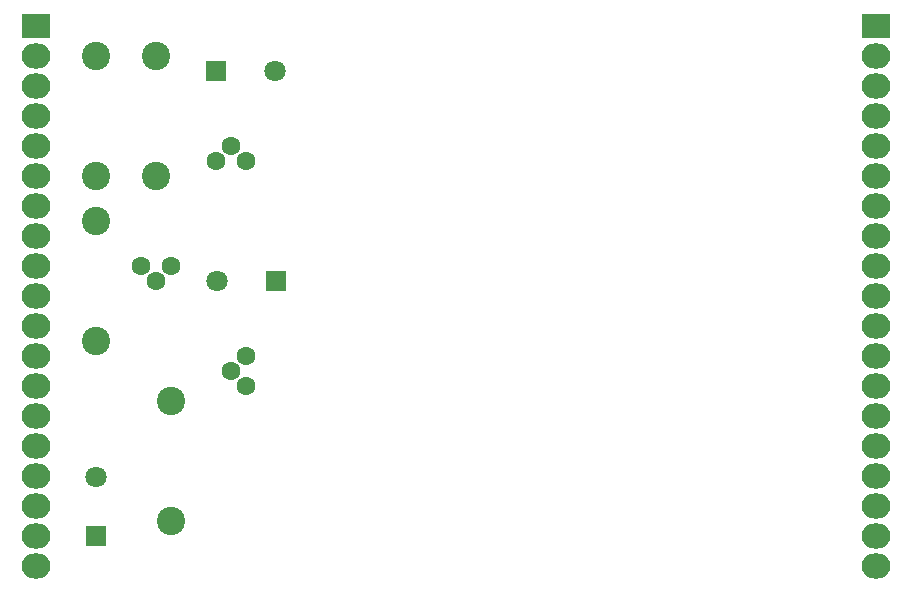
<source format=gbr>
G04 #@! TF.FileFunction,Soldermask,Bot*
%FSLAX46Y46*%
G04 Gerber Fmt 4.6, Leading zero omitted, Abs format (unit mm)*
G04 Created by KiCad (PCBNEW 4.0.3+e1-6302~38~ubuntu16.04.1-stable) date Thu Aug 25 17:12:23 2016*
%MOMM*%
%LPD*%
G01*
G04 APERTURE LIST*
%ADD10C,0.100000*%
%ADD11R,1.800000X1.800000*%
%ADD12C,1.800000*%
%ADD13C,2.398980*%
%ADD14C,1.600000*%
%ADD15R,2.432000X2.127200*%
%ADD16O,2.432000X2.127200*%
G04 APERTURE END LIST*
D10*
D11*
X66040000Y-113030000D03*
D12*
X66040000Y-108030000D03*
D13*
X72390000Y-101600000D03*
X72390000Y-111760000D03*
D14*
X78740000Y-97790000D03*
X77470000Y-99060000D03*
X78740000Y-100330000D03*
X69850000Y-90170000D03*
X71120000Y-91440000D03*
X72390000Y-90170000D03*
D11*
X81280000Y-91440000D03*
D12*
X76280000Y-91440000D03*
D14*
X78740000Y-81280000D03*
X77470000Y-80010000D03*
X76200000Y-81280000D03*
D13*
X66040000Y-86360000D03*
X66040000Y-96520000D03*
D11*
X76200000Y-73660000D03*
D12*
X81200000Y-73660000D03*
D13*
X66040000Y-72390000D03*
X66040000Y-82550000D03*
X71120000Y-72390000D03*
X71120000Y-82550000D03*
D15*
X60960000Y-69850000D03*
D16*
X60960000Y-72390000D03*
X60960000Y-74930000D03*
X60960000Y-77470000D03*
X60960000Y-80010000D03*
X60960000Y-82550000D03*
X60960000Y-85090000D03*
X60960000Y-87630000D03*
X60960000Y-90170000D03*
X60960000Y-92710000D03*
X60960000Y-95250000D03*
X60960000Y-97790000D03*
X60960000Y-100330000D03*
X60960000Y-102870000D03*
X60960000Y-105410000D03*
X60960000Y-107950000D03*
X60960000Y-110490000D03*
X60960000Y-113030000D03*
X60960000Y-115570000D03*
D15*
X132080000Y-69850000D03*
D16*
X132080000Y-72390000D03*
X132080000Y-74930000D03*
X132080000Y-77470000D03*
X132080000Y-80010000D03*
X132080000Y-82550000D03*
X132080000Y-85090000D03*
X132080000Y-87630000D03*
X132080000Y-90170000D03*
X132080000Y-92710000D03*
X132080000Y-95250000D03*
X132080000Y-97790000D03*
X132080000Y-100330000D03*
X132080000Y-102870000D03*
X132080000Y-105410000D03*
X132080000Y-107950000D03*
X132080000Y-110490000D03*
X132080000Y-113030000D03*
X132080000Y-115570000D03*
M02*

</source>
